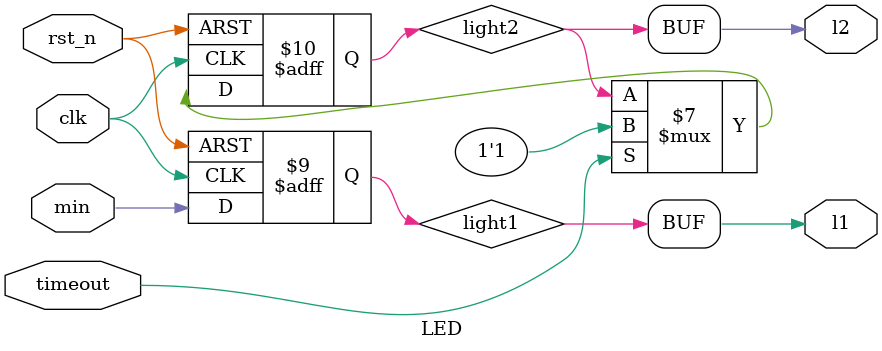
<source format=v>
module LED(
    input wire clk,
    input wire rst_n,
    input wire min,
    input wire timeout,  //超时信号
    output wire l1,  //LED灯，时间>=60s亮起
    output wire l2  //LED灯，超时亮起
);
    reg light1,light2;  //对应于l1,l2
    initial light1=1'b0;
    initial light2=1'b0;
    
    always @(posedge clk or negedge rst_n) begin
        if(~rst_n) begin
            light1=1'b0;
            light2=1'b0;
        end
        else begin
            light1=min;
            if(timeout==1'b1)
                light2=1'b1;
        end
    end
    
    assign l1=light1;
    assign l2=light2;   
endmodule
</source>
